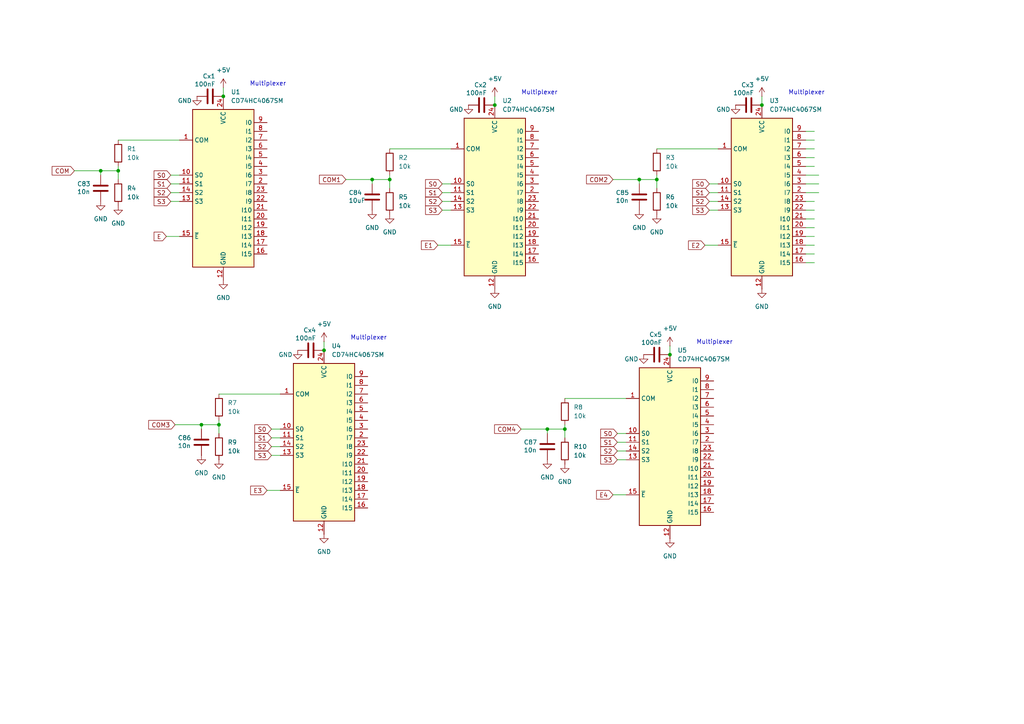
<source format=kicad_sch>
(kicad_sch (version 20231120) (generator "eeschema") (generator_version "8.0")
  (paper "A4")
  (lib_symbols
    (symbol "74xx:CD74HC4067SM"
      (property "Reference" "U" (at -8.89 22.86 0))
      (property "Value" "CD74HC4067SM" (at 1.27 22.86 0))
      (symbol "CD74HC4067SM_0_1"
        (rectangle (start -8.89 21.59) (end 8.89 -24.13) (stroke (width 0.254)) (fill (type background)))
      )
      (symbol "CD74HC4067SM_1_1"
        (pin passive line (at -12.7 12.7 0) (length 3.81) (name "COM") (number "1"))
        (pin input line (at -12.7 2.54 0) (length 3.81) (name "S0") (number "10"))
        (pin input line (at -12.7 0 0) (length 3.81) (name "S1") (number "11"))
        (pin power_in line (at 0 -27.94 90) (length 3.81) (name "GND") (number "12"))
        (pin input line (at -12.7 -5.08 0) (length 3.81) (name "S3") (number "13"))
        (pin input line (at -12.7 -2.54 0) (length 3.81) (name "S2") (number "14"))
        (pin input line (at -12.7 -15.24 0) (length 3.81) (name "~{E}") (number "15"))
        (pin passive line (at 12.7 -20.32 180) (length 3.81) (name "I15") (number "16"))
        (pin passive line (at 12.7 -17.78 180) (length 3.81) (name "I14") (number "17"))
        (pin passive line (at 12.7 -15.24 180) (length 3.81) (name "I13") (number "18"))
        (pin passive line (at 12.7 -12.7 180) (length 3.81) (name "I12") (number "19"))
        (pin passive line (at 12.7 0 180) (length 3.81) (name "I7") (number "2"))
        (pin passive line (at 12.7 -10.16 180) (length 3.81) (name "I11") (number "20"))
        (pin passive line (at 12.7 -7.62 180) (length 3.81) (name "I10") (number "21"))
        (pin passive line (at 12.7 -5.08 180) (length 3.81) (name "I9") (number "22"))
        (pin passive line (at 12.7 -2.54 180) (length 3.81) (name "I8") (number "23"))
        (pin power_in line (at 0 25.4 270) (length 3.81) (name "VCC") (number "24"))
        (pin passive line (at 12.7 2.54 180) (length 3.81) (name "I6") (number "3"))
        (pin passive line (at 12.7 5.08 180) (length 3.81) (name "I5") (number "4"))
        (pin passive line (at 12.7 7.62 180) (length 3.81) (name "I4") (number "5"))
        (pin passive line (at 12.7 10.16 180) (length 3.81) (name "I3") (number "6"))
        (pin passive line (at 12.7 12.7 180) (length 3.81) (name "I2") (number "7"))
        (pin passive line (at 12.7 15.24 180) (length 3.81) (name "I1") (number "8"))
        (pin passive line (at 12.7 17.78 180) (length 3.81) (name "I0") (number "9"))
      )
    )
    (symbol "Device:C" (pin_numbers hide) (pin_names (offset 0.254))
      (property "Reference" "C" (at 0.635 2.54 0))
      (property "Value" "C" (at 0.635 -2.54 0))
      (symbol "C_0_1"
        (polyline (pts (xy -2.032 -0.762) (xy 2.032 -0.762)) (stroke (width 0.508)))
        (polyline (pts (xy -2.032 0.762) (xy 2.032 0.762)) (stroke (width 0.508)))
      )
      (symbol "C_1_1"
        (pin passive line (at 0 3.81 270) (length 2.794) (name "~") (number "1"))
        (pin passive line (at 0 -3.81 90) (length 2.794) (name "~") (number "2"))
      )
    )
    (symbol "Device:R" (pin_numbers hide) (pin_names (offset 0))
      (property "Reference" "R" (at 2.032 0 90))
      (property "Value" "R" (at 0 0 90))
      (symbol "R_0_1"
        (rectangle (start -1.016 -2.54) (end 1.016 2.54) (stroke (width 0.254)))
      )
      (symbol "R_1_1"
        (pin passive line (at 0 3.81 270) (length 1.27) (name "~") (number "1"))
        (pin passive line (at 0 -3.81 90) (length 1.27) (name "~") (number "2"))
      )
    )
    (symbol "power:+5V" (power) (pin_numbers hide) (pin_names (offset 0) hide)
      (property "Value" "+5V" (at 0 3.556 0))
      (symbol "+5V_0_1"
        (polyline (pts (xy -0.762 1.27) (xy 0 2.54)))
        (polyline (pts (xy 0 0) (xy 0 2.54)))
        (polyline (pts (xy 0 2.54) (xy 0.762 1.27)))
      )
      (symbol "+5V_1_1"
        (pin power_in line (at 0 0 90) (length 0) (name "~") (number "1"))
      )
    )
    (symbol "power:GND" (power) (pin_numbers hide) (pin_names (offset 0) hide)
      (property "Value" "GND" (at 0 -3.81 0))
      (symbol "GND_0_1"
        (polyline (pts (xy 0 0) (xy 0 -1.27) (xy 1.27 -1.27) (xy 0 -2.54) (xy -1.27 -1.27) (xy 0 -1.27)))
      )
      (symbol "GND_1_1"
        (pin power_in line (at 0 0 270) (length 0) (name "~") (number "1"))
      )
    )
  )
  (junction (at 163.83 124.46))
  (junction (at 58.42 123.19))
  (junction (at 190.5 52.07))
  (junction (at 185.42 52.07))
  (junction (at 220.98 30.48))
  (junction (at 64.77 27.94))
  (junction (at 194.31 102.87))
  (junction (at 158.75 124.46))
  (junction (at 113.03 52.07))
  (junction (at 29.21 49.53))
  (junction (at 34.29 49.53))
  (junction (at 63.5 123.19))
  (junction (at 93.98 101.6))
  (junction (at 107.95 52.07))
  (junction (at 143.51 30.48))
  (wire (pts (xy 205.74 55.88) (xy 208.28 55.88)))
  (wire (pts (xy 158.75 124.46) (xy 163.83 124.46)))
  (wire (pts (xy 233.68 73.66) (xy 236.22 73.66)))
  (wire (pts (xy 107.95 52.07) (xy 113.03 52.07)))
  (wire (pts (xy 205.74 60.96) (xy 208.28 60.96)))
  (wire (pts (xy 233.68 45.72) (xy 236.22 45.72)))
  (wire (pts (xy 64.77 25.4) (xy 64.77 27.94)))
  (wire (pts (xy 34.29 40.64) (xy 52.07 40.64)))
  (wire (pts (xy 177.8 143.51) (xy 181.61 143.51)))
  (wire (pts (xy 233.68 43.18) (xy 236.22 43.18)))
  (wire (pts (xy 205.74 53.34) (xy 208.28 53.34)))
  (wire (pts (xy 48.26 68.58) (xy 52.07 68.58)))
  (wire (pts (xy 190.5 54.61) (xy 190.5 52.07)))
  (wire (pts (xy 233.68 38.1) (xy 236.22 38.1)))
  (wire (pts (xy 78.74 124.46) (xy 81.28 124.46)))
  (wire (pts (xy 158.75 124.46) (xy 158.75 125.73)))
  (wire (pts (xy 163.83 127) (xy 163.83 124.46)))
  (wire (pts (xy 205.74 58.42) (xy 208.28 58.42)))
  (wire (pts (xy 233.68 50.8) (xy 237.49 50.8)))
  (wire (pts (xy 49.53 53.34) (xy 52.07 53.34)))
  (wire (pts (xy 100.33 52.07) (xy 107.95 52.07)))
  (wire (pts (xy 233.68 58.42) (xy 236.22 58.42)))
  (wire (pts (xy 233.68 63.5) (xy 236.22 63.5)))
  (wire (pts (xy 220.98 27.94) (xy 220.98 30.48)))
  (wire (pts (xy 194.31 100.33) (xy 194.31 102.87)))
  (wire (pts (xy 63.5 125.73) (xy 63.5 123.19)))
  (wire (pts (xy 50.8 123.19) (xy 58.42 123.19)))
  (wire (pts (xy 204.47 71.12) (xy 208.28 71.12)))
  (wire (pts (xy 233.68 40.64) (xy 236.22 40.64)))
  (wire (pts (xy 143.51 27.94) (xy 143.51 30.48)))
  (wire (pts (xy 163.83 123.19) (xy 163.83 124.46)))
  (wire (pts (xy 128.27 60.96) (xy 130.81 60.96)))
  (wire (pts (xy 190.5 43.18) (xy 208.28 43.18)))
  (wire (pts (xy 233.68 76.2) (xy 236.22 76.2)))
  (wire (pts (xy 179.07 128.27) (xy 181.61 128.27)))
  (wire (pts (xy 34.29 52.07) (xy 34.29 49.53)))
  (wire (pts (xy 179.07 125.73) (xy 181.61 125.73)))
  (wire (pts (xy 63.5 121.92) (xy 63.5 123.19)))
  (wire (pts (xy 185.42 52.07) (xy 190.5 52.07)))
  (wire (pts (xy 49.53 58.42) (xy 52.07 58.42)))
  (wire (pts (xy 113.03 54.61) (xy 113.03 52.07)))
  (wire (pts (xy 63.5 114.3) (xy 81.28 114.3)))
  (wire (pts (xy 128.27 55.88) (xy 130.81 55.88)))
  (wire (pts (xy 190.5 50.8) (xy 190.5 52.07)))
  (wire (pts (xy 34.29 48.26) (xy 34.29 49.53)))
  (wire (pts (xy 128.27 53.34) (xy 130.81 53.34)))
  (wire (pts (xy 233.68 60.96) (xy 236.22 60.96)))
  (wire (pts (xy 233.68 48.26) (xy 236.22 48.26)))
  (wire (pts (xy 49.53 55.88) (xy 52.07 55.88)))
  (wire (pts (xy 179.07 133.35) (xy 181.61 133.35)))
  (wire (pts (xy 113.03 43.18) (xy 130.81 43.18)))
  (wire (pts (xy 58.42 123.19) (xy 58.42 124.46)))
  (wire (pts (xy 151.13 124.46) (xy 158.75 124.46)))
  (wire (pts (xy 29.21 49.53) (xy 29.21 50.8)))
  (wire (pts (xy 179.07 130.81) (xy 181.61 130.81)))
  (wire (pts (xy 21.59 49.53) (xy 29.21 49.53)))
  (wire (pts (xy 77.47 142.24) (xy 81.28 142.24)))
  (wire (pts (xy 107.95 52.07) (xy 107.95 53.34)))
  (wire (pts (xy 128.27 58.42) (xy 130.81 58.42)))
  (wire (pts (xy 185.42 52.07) (xy 185.42 53.34)))
  (wire (pts (xy 93.98 99.06) (xy 93.98 101.6)))
  (wire (pts (xy 78.74 129.54) (xy 81.28 129.54)))
  (wire (pts (xy 163.83 115.57) (xy 181.61 115.57)))
  (wire (pts (xy 113.03 50.8) (xy 113.03 52.07)))
  (wire (pts (xy 177.8 52.07) (xy 185.42 52.07)))
  (wire (pts (xy 49.53 50.8) (xy 52.07 50.8)))
  (wire (pts (xy 233.68 71.12) (xy 236.22 71.12)))
  (wire (pts (xy 233.68 53.34) (xy 237.49 53.34)))
  (wire (pts (xy 233.68 66.04) (xy 236.22 66.04)))
  (wire (pts (xy 233.68 55.88) (xy 237.49 55.88)))
  (wire (pts (xy 78.74 127) (xy 81.28 127)))
  (wire (pts (xy 127 71.12) (xy 130.81 71.12)))
  (wire (pts (xy 29.21 49.53) (xy 34.29 49.53)))
  (wire (pts (xy 78.74 132.08) (xy 81.28 132.08)))
  (wire (pts (xy 58.42 123.19) (xy 63.5 123.19)))
  (wire (pts (xy 233.68 68.58) (xy 236.22 68.58)))
  (text "Multiplexer" (at 77.724 24.384 0) (effects (font (size 1.27 1.27))))
  (text "Multiplexer" (at 233.934 26.924 0) (effects (font (size 1.27 1.27))))
  (text "Multiplexer" (at 156.464 26.924 0) (effects (font (size 1.27 1.27))))
  (text "Multiplexer" (at 207.264 99.314 0) (effects (font (size 1.27 1.27))))
  (text "Multiplexer" (at 106.934 98.044 0) (effects (font (size 1.27 1.27))))
  (global_label "S2" (shape input) (at 78.74 129.54 180) (property "Intersheetrefs" "${INTERSHEET_REFS}" (effects (hide yes))))
  (global_label "E" (shape input) (at 48.26 68.58 180) (property "Intersheetrefs" "${INTERSHEET_REFS}" (effects (hide yes))))
  (global_label "S0" (shape input) (at 49.53 50.8 180) (property "Intersheetrefs" "${INTERSHEET_REFS}" (effects (hide yes))))
  (global_label "S3" (shape input) (at 179.07 133.35 180) (property "Intersheetrefs" "${INTERSHEET_REFS}" (effects (hide yes))))
  (global_label "S2" (shape input) (at 179.07 130.81 180) (property "Intersheetrefs" "${INTERSHEET_REFS}" (effects (hide yes))))
  (global_label "S0" (shape input) (at 179.07 125.73 180) (property "Intersheetrefs" "${INTERSHEET_REFS}" (effects (hide yes))))
  (global_label "S3" (shape input) (at 49.53 58.42 180) (property "Intersheetrefs" "${INTERSHEET_REFS}" (effects (hide yes))))
  (global_label "E1" (shape input) (at 127 71.12 180) (property "Intersheetrefs" "${INTERSHEET_REFS}" (effects (hide yes))))
  (global_label "S0" (shape input) (at 205.74 53.34 180) (property "Intersheetrefs" "${INTERSHEET_REFS}" (effects (hide yes))))
  (global_label "COM2" (shape input) (at 177.8 52.07 180) (property "Intersheetrefs" "${INTERSHEET_REFS}" (effects (hide yes))))
  (global_label "S0" (shape input) (at 128.27 53.34 180) (property "Intersheetrefs" "${INTERSHEET_REFS}" (effects (hide yes))))
  (global_label "S3" (shape input) (at 128.27 60.96 180) (property "Intersheetrefs" "${INTERSHEET_REFS}" (effects (hide yes))))
  (global_label "E4" (shape input) (at 177.8 143.51 180) (property "Intersheetrefs" "${INTERSHEET_REFS}" (effects (hide yes))))
  (global_label "S0" (shape input) (at 78.74 124.46 180) (property "Intersheetrefs" "${INTERSHEET_REFS}" (effects (hide yes))))
  (global_label "S2" (shape input) (at 205.74 58.42 180) (property "Intersheetrefs" "${INTERSHEET_REFS}" (effects (hide yes))))
  (global_label "COM3" (shape input) (at 50.8 123.19 180) (property "Intersheetrefs" "${INTERSHEET_REFS}" (effects (hide yes))))
  (global_label "S1" (shape input) (at 49.53 53.34 180) (property "Intersheetrefs" "${INTERSHEET_REFS}" (effects (hide yes))))
  (global_label "E2" (shape input) (at 204.47 71.12 180) (property "Intersheetrefs" "${INTERSHEET_REFS}" (effects (hide yes))))
  (global_label "E3" (shape input) (at 77.47 142.24 180) (property "Intersheetrefs" "${INTERSHEET_REFS}" (effects (hide yes))))
  (global_label "COM4" (shape input) (at 151.13 124.46 180) (property "Intersheetrefs" "${INTERSHEET_REFS}" (effects (hide yes))))
  (global_label "S2" (shape input) (at 49.53 55.88 180) (property "Intersheetrefs" "${INTERSHEET_REFS}" (effects (hide yes))))
  (global_label "S3" (shape input) (at 78.74 132.08 180) (property "Intersheetrefs" "${INTERSHEET_REFS}" (effects (hide yes))))
  (global_label "COM1" (shape input) (at 100.33 52.07 180) (property "Intersheetrefs" "${INTERSHEET_REFS}" (effects (hide yes))))
  (global_label "S2" (shape input) (at 128.27 58.42 180) (property "Intersheetrefs" "${INTERSHEET_REFS}" (effects (hide yes))))
  (global_label "S3" (shape input) (at 205.74 60.96 180) (property "Intersheetrefs" "${INTERSHEET_REFS}" (effects (hide yes))))
  (global_label "S1" (shape input) (at 179.07 128.27 180) (property "Intersheetrefs" "${INTERSHEET_REFS}" (effects (hide yes))))
  (global_label "S1" (shape input) (at 78.74 127 180) (property "Intersheetrefs" "${INTERSHEET_REFS}" (effects (hide yes))))
  (global_label "S1" (shape input) (at 205.74 55.88 180) (property "Intersheetrefs" "${INTERSHEET_REFS}" (effects (hide yes))))
  (global_label "S1" (shape input) (at 128.27 55.88 180) (property "Intersheetrefs" "${INTERSHEET_REFS}" (effects (hide yes))))
  (global_label "COM" (shape input) (at 21.59 49.53 180) (property "Intersheetrefs" "${INTERSHEET_REFS}" (effects (hide yes))))
  (symbol (lib_id "power:GND") (at 220.98 83.82 0) (unit 1)
    (property "Reference" "#PWR0196" (effects (hide yes)))
    (property "Value" "GND" (at 220.98 88.9 0))
    (property "Description" "Power symbol creates a global label with name \"GND\" , ground" (effects (hide yes)))
  )
  (symbol (lib_id "Device:R") (at 34.29 44.45 0) (unit 1)
    (property "Reference" "R1" (at 36.83 43.1799 0) (effects (justify left)))
    (property "Value" "10k" (at 36.83 45.7199 0) (effects (justify left)))
    (property "Footprint" "Resistor_SMD:R_0402_1005Metric" (effects (hide yes)))
    (property "Description" "Resistor" (effects (hide yes)))
  )
  (symbol (lib_id "power:GND") (at 58.42 132.08 0) (unit 1)
    (property "Reference" "#PWR0201" (effects (hide yes)))
    (property "Value" "GND" (at 58.42 137.16 0))
    (property "Description" "Power symbol creates a global label with name \"GND\" , ground" (effects (hide yes)))
  )
  (symbol (lib_id "power:GND") (at 213.36 30.48 0) (unit 1)
    (property "Reference" "#PWR0187" (effects (hide yes)))
    (property "Value" "GND" (at 209.804 31.75 0))
    (property "Description" "Power symbol creates a global label with name \"GND\" , ground" (effects (hide yes)))
  )
  (symbol (lib_id "74xx:CD74HC4067SM") (at 93.98 127 0) (unit 1)
    (property "Reference" "U4" (at 96.1741 100.33 0) (effects (justify left)))
    (property "Value" "CD74HC4067SM" (at 96.1741 102.87 0) (effects (justify left)))
    (property "Footprint" "Package_SO:SSOP-24_5.3x8.2mm_P0.65mm" (effects (hide yes)))
    (property "Datasheet" "http://www.ti.com/lit/ds/symlink/cd74hc4067.pdf" (effects (hide yes)))
    (property "Description" "High-Speed CMOS Logic 16-Channel Analog Multiplexer/Demultiplexer, SSOP-24" (effects (hide yes)))
  )
  (symbol (lib_id "power:GND") (at 57.15 27.94 0) (unit 1)
    (property "Reference" "#PWR0183" (effects (hide yes)))
    (property "Value" "GND" (at 53.594 29.21 0))
    (property "Description" "Power symbol creates a global label with name \"GND\" , ground" (effects (hide yes)))
  )
  (symbol (lib_id "power:GND") (at 63.5 133.35 0) (unit 1)
    (property "Reference" "#PWR0202" (effects (hide yes)))
    (property "Value" "GND" (at 63.5 138.43 0))
    (property "Description" "Power symbol creates a global label with name \"GND\" , ground" (effects (hide yes)))
  )
  (symbol (lib_id "power:GND") (at 64.77 81.28 0) (unit 1)
    (property "Reference" "#PWR0194" (effects (hide yes)))
    (property "Value" "GND" (at 64.77 86.36 0))
    (property "Description" "Power symbol creates a global label with name \"GND\" , ground" (effects (hide yes)))
  )
  (symbol (lib_id "Device:R") (at 190.5 58.42 0) (unit 1)
    (property "Reference" "R6" (at 193.04 57.1499 0) (effects (justify left)))
    (property "Value" "10k" (at 193.04 59.6899 0) (effects (justify left)))
    (property "Footprint" "Resistor_SMD:R_0402_1005Metric" (effects (hide yes)))
    (property "Description" "Resistor" (effects (hide yes)))
  )
  (symbol (lib_id "Device:C") (at 185.42 57.15 0) (unit 1)
    (property "Reference" "C85" (at 178.562 55.88 0) (effects (justify left)))
    (property "Value" "10n" (at 178.562 58.166 0) (effects (justify left)))
    (property "Footprint" "Capacitor_SMD:C_0402_1005Metric" (effects (hide yes)))
    (property "Description" "Unpolarized capacitor" (effects (hide yes)))
  )
  (symbol (lib_id "Device:C") (at 29.21 54.61 0) (unit 1)
    (property "Reference" "C83" (at 22.352 53.34 0) (effects (justify left)))
    (property "Value" "10n" (at 22.352 55.626 0) (effects (justify left)))
    (property "Footprint" "Capacitor_SMD:C_0402_1005Metric" (effects (hide yes)))
    (property "Description" "Unpolarized capacitor" (effects (hide yes)))
  )
  (symbol (lib_id "power:GND") (at 158.75 133.35 0) (unit 1)
    (property "Reference" "#PWR0203" (effects (hide yes)))
    (property "Value" "GND" (at 158.75 138.43 0))
    (property "Description" "Power symbol creates a global label with name \"GND\" , ground" (effects (hide yes)))
  )
  (symbol (lib_id "power:GND") (at 185.42 60.96 0) (unit 1)
    (property "Reference" "#PWR0191" (effects (hide yes)))
    (property "Value" "GND" (at 185.42 66.04 0))
    (property "Description" "Power symbol creates a global label with name \"GND\" , ground" (effects (hide yes)))
  )
  (symbol (lib_id "Device:R") (at 63.5 129.54 0) (unit 1)
    (property "Reference" "R9" (at 66.04 128.2699 0) (effects (justify left)))
    (property "Value" "10k" (at 66.04 130.8099 0) (effects (justify left)))
    (property "Footprint" "Resistor_SMD:R_0402_1005Metric" (effects (hide yes)))
    (property "Description" "Resistor" (effects (hide yes)))
  )
  (symbol (lib_id "Device:C") (at 107.95 57.15 0) (unit 1)
    (property "Reference" "C84" (at 101.092 55.88 0) (effects (justify left)))
    (property "Value" "10uF" (at 101.092 58.166 0) (effects (justify left)))
    (property "Footprint" "Capacitor_SMD:C_0402_1005Metric" (effects (hide yes)))
    (property "Description" "Unpolarized capacitor" (effects (hide yes)))
  )
  (symbol (lib_id "Device:C") (at 139.7 30.48 90) (unit 1)
    (property "Reference" "Cx2" (at 141.224 24.638 90) (effects (justify left)))
    (property "Value" "100nF" (at 141.224 26.9494 90) (effects (justify left)))
    (property "Footprint" "Capacitor_SMD:C_0402_1005Metric" (effects (hide yes)))
    (property "LCSC" "C307331" (effects (hide yes)))
  )
  (symbol (lib_id "power:GND") (at 107.95 60.96 0) (unit 1)
    (property "Reference" "#PWR0190" (effects (hide yes)))
    (property "Value" "GND" (at 107.95 66.04 0))
    (property "Description" "Power symbol creates a global label with name \"GND\" , ground" (effects (hide yes)))
  )
  (symbol (lib_id "power:GND") (at 29.21 58.42 0) (unit 1)
    (property "Reference" "#PWR0188" (effects (hide yes)))
    (property "Value" "GND" (at 29.21 63.5 0))
    (property "Description" "Power symbol creates a global label with name \"GND\" , ground" (effects (hide yes)))
  )
  (symbol (lib_id "Device:C") (at 58.42 128.27 0) (unit 1)
    (property "Reference" "C86" (at 51.562 127 0) (effects (justify left)))
    (property "Value" "10n" (at 51.562 129.286 0) (effects (justify left)))
    (property "Footprint" "Capacitor_SMD:C_0402_1005Metric" (effects (hide yes)))
    (property "Description" "Unpolarized capacitor" (effects (hide yes)))
  )
  (symbol (lib_id "power:+5V") (at 93.98 99.06 0) (unit 1)
    (property "Reference" "#PWR0197" (effects (hide yes)))
    (property "Value" "+5V" (at 93.98 93.98 0))
  )
  (symbol (lib_id "Device:R") (at 190.5 46.99 0) (unit 1)
    (property "Reference" "R3" (at 193.04 45.7199 0) (effects (justify left)))
    (property "Value" "10k" (at 193.04 48.2599 0) (effects (justify left)))
    (property "Footprint" "Resistor_SMD:R_0402_1005Metric" (effects (hide yes)))
    (property "Description" "Resistor" (effects (hide yes)))
  )
  (symbol (lib_id "power:GND") (at 34.29 59.69 0) (unit 1)
    (property "Reference" "#PWR0189" (effects (hide yes)))
    (property "Value" "GND" (at 34.29 64.77 0))
    (property "Description" "Power symbol creates a global label with name \"GND\" , ground" (effects (hide yes)))
  )
  (symbol (lib_id "power:+5V") (at 143.51 27.94 0) (unit 1)
    (property "Reference" "#PWR0184" (effects (hide yes)))
    (property "Value" "+5V" (at 143.51 22.86 0))
  )
  (symbol (lib_id "power:GND") (at 190.5 62.23 0) (unit 1)
    (property "Reference" "#PWR0193" (effects (hide yes)))
    (property "Value" "GND" (at 190.5 67.31 0))
    (property "Description" "Power symbol creates a global label with name \"GND\" , ground" (effects (hide yes)))
  )
  (symbol (lib_id "power:GND") (at 113.03 62.23 0) (unit 1)
    (property "Reference" "#PWR0192" (effects (hide yes)))
    (property "Value" "GND" (at 113.03 67.31 0))
    (property "Description" "Power symbol creates a global label with name \"GND\" , ground" (effects (hide yes)))
  )
  (symbol (lib_id "power:GND") (at 93.98 154.94 0) (unit 1)
    (property "Reference" "#PWR0205" (effects (hide yes)))
    (property "Value" "GND" (at 93.98 160.02 0))
    (property "Description" "Power symbol creates a global label with name \"GND\" , ground" (effects (hide yes)))
  )
  (symbol (lib_id "74xx:CD74HC4067SM") (at 64.77 53.34 0) (unit 1)
    (property "Reference" "U1" (at 66.9641 26.67 0) (effects (justify left)))
    (property "Value" "CD74HC4067SM" (at 66.9641 29.21 0) (effects (justify left)))
    (property "Footprint" "Package_SO:SSOP-24_5.3x8.2mm_P0.65mm" (effects (hide yes)))
    (property "Datasheet" "http://www.ti.com/lit/ds/symlink/cd74hc4067.pdf" (effects (hide yes)))
    (property "Description" "High-Speed CMOS Logic 16-Channel Analog Multiplexer/Demultiplexer, SSOP-24" (effects (hide yes)))
  )
  (symbol (lib_id "Device:C") (at 60.96 27.94 90) (unit 1)
    (property "Reference" "Cx1" (at 62.484 22.098 90) (effects (justify left)))
    (property "Value" "100nF" (at 62.484 24.4094 90) (effects (justify left)))
    (property "Footprint" "Capacitor_SMD:C_0402_1005Metric" (effects (hide yes)))
    (property "LCSC" "C307331" (effects (hide yes)))
  )
  (symbol (lib_id "Device:C") (at 90.17 101.6 90) (unit 1)
    (property "Reference" "Cx4" (at 91.694 95.758 90) (effects (justify left)))
    (property "Value" "100nF" (at 91.694 98.0694 90) (effects (justify left)))
    (property "Footprint" "Capacitor_SMD:C_0402_1005Metric" (effects (hide yes)))
    (property "LCSC" "C307331" (effects (hide yes)))
  )
  (symbol (lib_id "Device:R") (at 63.5 118.11 0) (unit 1)
    (property "Reference" "R7" (at 66.04 116.8399 0) (effects (justify left)))
    (property "Value" "10k" (at 66.04 119.3799 0) (effects (justify left)))
    (property "Footprint" "Resistor_SMD:R_0402_1005Metric" (effects (hide yes)))
    (property "Description" "Resistor" (effects (hide yes)))
  )
  (symbol (lib_id "Device:R") (at 34.29 55.88 0) (unit 1)
    (property "Reference" "R4" (at 36.83 54.6099 0) (effects (justify left)))
    (property "Value" "10k" (at 36.83 57.1499 0) (effects (justify left)))
    (property "Footprint" "Resistor_SMD:R_0402_1005Metric" (effects (hide yes)))
    (property "Description" "Resistor" (effects (hide yes)))
  )
  (symbol (lib_id "power:GND") (at 163.83 134.62 0) (unit 1)
    (property "Reference" "#PWR0204" (effects (hide yes)))
    (property "Value" "GND" (at 163.83 139.7 0))
    (property "Description" "Power symbol creates a global label with name \"GND\" , ground" (effects (hide yes)))
  )
  (symbol (lib_id "Device:R") (at 163.83 130.81 0) (unit 1)
    (property "Reference" "R10" (at 166.37 129.5399 0) (effects (justify left)))
    (property "Value" "10k" (at 166.37 132.0799 0) (effects (justify left)))
    (property "Footprint" "Resistor_SMD:R_0402_1005Metric" (effects (hide yes)))
    (property "Description" "Resistor" (effects (hide yes)))
  )
  (symbol (lib_id "74xx:CD74HC4067SM") (at 220.98 55.88 0) (unit 1)
    (property "Reference" "U3" (at 223.1741 29.21 0) (effects (justify left)))
    (property "Value" "CD74HC4067SM" (at 223.1741 31.75 0) (effects (justify left)))
    (property "Footprint" "Package_SO:SSOP-24_5.3x8.2mm_P0.65mm" (effects (hide yes)))
    (property "Datasheet" "http://www.ti.com/lit/ds/symlink/cd74hc4067.pdf" (effects (hide yes)))
    (property "Description" "High-Speed CMOS Logic 16-Channel Analog Multiplexer/Demultiplexer, SSOP-24" (effects (hide yes)))
  )
  (symbol (lib_id "Device:R") (at 163.83 119.38 0) (unit 1)
    (property "Reference" "R8" (at 166.37 118.1099 0) (effects (justify left)))
    (property "Value" "10k" (at 166.37 120.6499 0) (effects (justify left)))
    (property "Footprint" "Resistor_SMD:R_0402_1005Metric" (effects (hide yes)))
    (property "Description" "Resistor" (effects (hide yes)))
  )
  (symbol (lib_id "power:GND") (at 135.89 30.48 0) (unit 1)
    (property "Reference" "#PWR0186" (effects (hide yes)))
    (property "Value" "GND" (at 132.334 31.75 0))
    (property "Description" "Power symbol creates a global label with name \"GND\" , ground" (effects (hide yes)))
  )
  (symbol (lib_id "power:GND") (at 194.31 156.21 0) (unit 1)
    (property "Reference" "#PWR0206" (effects (hide yes)))
    (property "Value" "GND" (at 194.31 161.29 0))
    (property "Description" "Power symbol creates a global label with name \"GND\" , ground" (effects (hide yes)))
  )
  (symbol (lib_id "74xx:CD74HC4067SM") (at 143.51 55.88 0) (unit 1)
    (property "Reference" "U2" (at 145.7041 29.21 0) (effects (justify left)))
    (property "Value" "CD74HC4067SM" (at 145.7041 31.75 0) (effects (justify left)))
    (property "Footprint" "Package_SO:SSOP-24_5.3x8.2mm_P0.65mm" (effects (hide yes)))
    (property "Datasheet" "http://www.ti.com/lit/ds/symlink/cd74hc4067.pdf" (effects (hide yes)))
    (property "Description" "High-Speed CMOS Logic 16-Channel Analog Multiplexer/Demultiplexer, SSOP-24" (effects (hide yes)))
  )
  (symbol (lib_id "power:+5V") (at 64.77 25.4 0) (unit 1)
    (property "Reference" "#PWR0182" (effects (hide yes)))
    (property "Value" "+5V" (at 64.77 20.32 0))
  )
  (symbol (lib_id "power:+5V") (at 220.98 27.94 0) (unit 1)
    (property "Reference" "#PWR0185" (effects (hide yes)))
    (property "Value" "+5V" (at 220.98 22.86 0))
  )
  (symbol (lib_id "Device:R") (at 113.03 46.99 0) (unit 1)
    (property "Reference" "R2" (at 115.57 45.7199 0) (effects (justify left)))
    (property "Value" "10k" (at 115.57 48.2599 0) (effects (justify left)))
    (property "Footprint" "Resistor_SMD:R_0402_1005Metric" (effects (hide yes)))
    (property "Description" "Resistor" (effects (hide yes)))
  )
  (symbol (lib_id "Device:C") (at 158.75 129.54 0) (unit 1)
    (property "Reference" "C87" (at 151.892 128.27 0) (effects (justify left)))
    (property "Value" "10n" (at 151.892 130.556 0) (effects (justify left)))
    (property "Footprint" "Capacitor_SMD:C_0402_1005Metric" (effects (hide yes)))
    (property "Description" "Unpolarized capacitor" (effects (hide yes)))
  )
  (symbol (lib_id "74xx:CD74HC4067SM") (at 194.31 128.27 0) (unit 1)
    (property "Reference" "U5" (at 196.5041 101.6 0) (effects (justify left)))
    (property "Value" "CD74HC4067SM" (at 196.5041 104.14 0) (effects (justify left)))
    (property "Footprint" "Package_SO:SSOP-24_5.3x8.2mm_P0.65mm" (effects (hide yes)))
    (property "Datasheet" "http://www.ti.com/lit/ds/symlink/cd74hc4067.pdf" (effects (hide yes)))
    (property "Description" "High-Speed CMOS Logic 16-Channel Analog Multiplexer/Demultiplexer, SSOP-24" (effects (hide yes)))
  )
  (symbol (lib_id "power:GND") (at 186.69 102.87 0) (unit 1)
    (property "Reference" "#PWR0200" (effects (hide yes)))
    (property "Value" "GND" (at 183.134 104.14 0))
    (property "Description" "Power symbol creates a global label with name \"GND\" , ground" (effects (hide yes)))
  )
  (symbol (lib_id "Device:C") (at 190.5 102.87 90) (unit 1)
    (property "Reference" "Cx5" (at 192.024 97.028 90) (effects (justify left)))
    (property "Value" "100nF" (at 192.024 99.3394 90) (effects (justify left)))
    (property "Footprint" "Capacitor_SMD:C_0402_1005Metric" (effects (hide yes)))
    (property "LCSC" "C307331" (effects (hide yes)))
  )
  (symbol (lib_id "power:GND") (at 86.36 101.6 0) (unit 1)
    (property "Reference" "#PWR0199" (effects (hide yes)))
    (property "Value" "GND" (at 82.804 102.87 0))
    (property "Description" "Power symbol creates a global label with name \"GND\" , ground" (effects (hide yes)))
  )
  (symbol (lib_id "power:GND") (at 143.51 83.82 0) (unit 1)
    (property "Reference" "#PWR0195" (effects (hide yes)))
    (property "Value" "GND" (at 143.51 88.9 0))
    (property "Description" "Power symbol creates a global label with name \"GND\" , ground" (effects (hide yes)))
  )
  (symbol (lib_id "Device:R") (at 113.03 58.42 0) (unit 1)
    (property "Reference" "R5" (at 115.57 57.1499 0) (effects (justify left)))
    (property "Value" "10k" (at 115.57 59.6899 0) (effects (justify left)))
    (property "Footprint" "Resistor_SMD:R_0402_1005Metric" (effects (hide yes)))
    (property "Description" "Resistor" (effects (hide yes)))
  )
  (symbol (lib_id "power:+5V") (at 194.31 100.33 0) (unit 1)
    (property "Reference" "#PWR0198" (effects (hide yes)))
    (property "Value" "+5V" (at 194.31 95.25 0))
  )
  (symbol (lib_id "Device:C") (at 217.17 30.48 90) (unit 1)
    (property "Reference" "Cx3" (at 218.694 24.638 90) (effects (justify left)))
    (property "Value" "100nF" (at 218.694 26.9494 90) (effects (justify left)))
    (property "Footprint" "Capacitor_SMD:C_0402_1005Metric" (effects (hide yes)))
    (property "LCSC" "C307331" (effects (hide yes)))
  )
)
</source>
